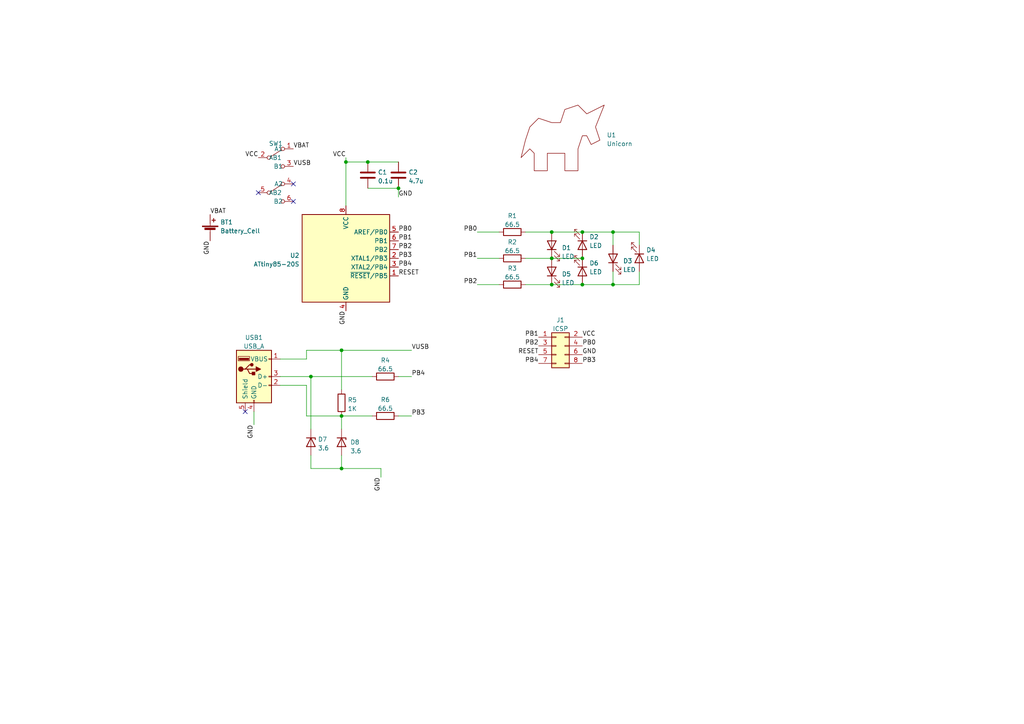
<source format=kicad_sch>
(kicad_sch (version 20211123) (generator eeschema)
  (paper "A4")
  (lib_symbols
    (symbol "Connector:USB_A" (pin_names (offset 1.016))
      (property "Reference" "J" (at -5.08 11.43 0))
      (property "Value" "USB_A" (at -5.08 8.89 0))
      (symbol "USB_A_0_1"
        (rectangle (start -5.08 -7.62) (end 5.08 7.62) (stroke (width 0.254)) (fill (type background)))
        (circle (center -3.81 2.159) (radius 0.635) (stroke (width 0.254)) (fill (type outline)))
        (rectangle (start -1.524 4.826) (end -4.318 5.334) (fill (type outline)))
        (rectangle (start -1.27 4.572) (end -4.572 5.842))
        (circle (center -0.635 3.429) (radius 0.381) (stroke (width 0.254)) (fill (type outline)))
        (rectangle (start -0.127 -7.62) (end 0.127 -6.858))
        (polyline (pts (xy -3.175 2.159) (xy -2.54 2.159) (xy -1.27 3.429) (xy -0.635 3.429)) (stroke (width 0.254)))
        (polyline (pts (xy -2.54 2.159) (xy -1.905 2.159) (xy -1.27 0.889) (xy 0 0.889)) (stroke (width 0.254)))
        (polyline (pts (xy 0.635 2.794) (xy 0.635 1.524) (xy 1.905 2.159) (xy 0.635 2.794)) (stroke (width 0.254)) (fill (type outline)))
        (rectangle (start 0.254 1.27) (end -0.508 0.508) (stroke (width 0.254)) (fill (type outline)))
        (rectangle (start 5.08 -2.667) (end 4.318 -2.413))
        (rectangle (start 5.08 -0.127) (end 4.318 0.127))
        (rectangle (start 5.08 4.953) (end 4.318 5.207))
      )
      (symbol "USB_A_1_1"
        (polyline (pts (xy -1.905 2.159) (xy 0.635 2.159)) (stroke (width 0.254)))
        (pin power_in line (at 7.62 5.08 180) (length 2.54) (name "VBUS") (number "1"))
        (pin bidirectional line (at 7.62 -2.54 180) (length 2.54) (name "D-") (number "2"))
        (pin bidirectional line (at 7.62 0 180) (length 2.54) (name "D+") (number "3"))
        (pin power_in line (at 0 -10.16 90) (length 2.54) (name "GND") (number "4"))
        (pin passive line (at -2.54 -10.16 90) (length 2.54) (name "Shield") (number "5"))
      )
    )
    (symbol "Connector_Generic:Conn_02x04_Odd_Even" (pin_names (offset 1.016) hide)
      (property "Reference" "J" (at 1.27 5.08 0))
      (property "Value" "Conn_02x04_Odd_Even" (at 1.27 -7.62 0))
      (symbol "Conn_02x04_Odd_Even_1_1"
        (rectangle (start -1.27 -4.953) (end 0 -5.207) (stroke (width 0.1524)))
        (rectangle (start -1.27 -2.413) (end 0 -2.667) (stroke (width 0.1524)))
        (rectangle (start -1.27 0.127) (end 0 -0.127) (stroke (width 0.1524)))
        (rectangle (start -1.27 2.667) (end 0 2.413) (stroke (width 0.1524)))
        (rectangle (start -1.27 3.81) (end 3.81 -6.35) (stroke (width 0.254)) (fill (type background)))
        (rectangle (start 3.81 -4.953) (end 2.54 -5.207) (stroke (width 0.1524)))
        (rectangle (start 3.81 -2.413) (end 2.54 -2.667) (stroke (width 0.1524)))
        (rectangle (start 3.81 0.127) (end 2.54 -0.127) (stroke (width 0.1524)))
        (rectangle (start 3.81 2.667) (end 2.54 2.413) (stroke (width 0.1524)))
        (pin passive line (at -5.08 2.54 0) (length 3.81) (name "Pin_1") (number "1"))
        (pin passive line (at 7.62 2.54 180) (length 3.81) (name "Pin_2") (number "2"))
        (pin passive line (at -5.08 0 0) (length 3.81) (name "Pin_3") (number "3"))
        (pin passive line (at 7.62 0 180) (length 3.81) (name "Pin_4") (number "4"))
        (pin passive line (at -5.08 -2.54 0) (length 3.81) (name "Pin_5") (number "5"))
        (pin passive line (at 7.62 -2.54 180) (length 3.81) (name "Pin_6") (number "6"))
        (pin passive line (at -5.08 -5.08 0) (length 3.81) (name "Pin_7") (number "7"))
        (pin passive line (at 7.62 -5.08 180) (length 3.81) (name "Pin_8") (number "8"))
      )
    )
    (symbol "Device:Battery_Cell" (pin_numbers hide) (pin_names (offset 0) hide)
      (property "Reference" "BT" (at 2.54 2.54 0))
      (property "Value" "Battery_Cell" (at 2.54 0 0))
      (symbol "Battery_Cell_0_1"
        (rectangle (start -2.286 1.778) (end 2.286 1.524) (fill (type outline)))
        (rectangle (start -1.5748 1.1938) (end 1.4732 0.6858) (fill (type outline)))
        (polyline (pts (xy 0 0.762) (xy 0 0)))
        (polyline (pts (xy 0 1.778) (xy 0 2.54)))
        (polyline (pts (xy 0.508 3.429) (xy 1.524 3.429)) (stroke (width 0.254)))
        (polyline (pts (xy 1.016 3.937) (xy 1.016 2.921)) (stroke (width 0.254)))
      )
      (symbol "Battery_Cell_1_1"
        (pin passive line (at 0 5.08 270) (length 2.54) (name "+") (number "1"))
        (pin passive line (at 0 -2.54 90) (length 2.54) (name "-") (number "2"))
      )
    )
    (symbol "Device:C" (pin_numbers hide) (pin_names (offset 0.254))
      (property "Reference" "C" (at 0.635 2.54 0))
      (property "Value" "C" (at 0.635 -2.54 0))
      (symbol "C_0_1"
        (polyline (pts (xy -2.032 -0.762) (xy 2.032 -0.762)) (stroke (width 0.508)))
        (polyline (pts (xy -2.032 0.762) (xy 2.032 0.762)) (stroke (width 0.508)))
      )
      (symbol "C_1_1"
        (pin passive line (at 0 3.81 270) (length 2.794) (name "~") (number "1"))
        (pin passive line (at 0 -3.81 90) (length 2.794) (name "~") (number "2"))
      )
    )
    (symbol "Device:D_Zener" (pin_numbers hide) (pin_names (offset 1.016) hide)
      (property "Reference" "D" (at 0 2.54 0))
      (property "Value" "D_Zener" (at 0 -2.54 0))
      (symbol "D_Zener_0_1"
        (polyline (pts (xy 1.27 0) (xy -1.27 0)))
        (polyline (pts (xy -1.27 -1.27) (xy -1.27 1.27) (xy -0.762 1.27)) (stroke (width 0.254)))
        (polyline (pts (xy 1.27 -1.27) (xy 1.27 1.27) (xy -1.27 0) (xy 1.27 -1.27)) (stroke (width 0.254)))
      )
      (symbol "D_Zener_1_1"
        (pin passive line (at -3.81 0 0) (length 2.54) (name "K") (number "1"))
        (pin passive line (at 3.81 0 180) (length 2.54) (name "A") (number "2"))
      )
    )
    (symbol "Device:LED" (pin_numbers hide) (pin_names (offset 1.016) hide)
      (property "Reference" "D" (at 0 2.54 0))
      (property "Value" "LED" (at 0 -2.54 0))
      (symbol "LED_0_1"
        (polyline (pts (xy -1.27 -1.27) (xy -1.27 1.27)) (stroke (width 0.254)))
        (polyline (pts (xy -1.27 0) (xy 1.27 0)))
        (polyline (pts (xy 1.27 -1.27) (xy 1.27 1.27) (xy -1.27 0) (xy 1.27 -1.27)) (stroke (width 0.254)))
        (polyline (pts (xy -3.048 -0.762) (xy -4.572 -2.286) (xy -3.81 -2.286) (xy -4.572 -2.286) (xy -4.572 -1.524)))
        (polyline (pts (xy -1.778 -0.762) (xy -3.302 -2.286) (xy -2.54 -2.286) (xy -3.302 -2.286) (xy -3.302 -1.524)))
      )
      (symbol "LED_1_1"
        (pin passive line (at -3.81 0 0) (length 2.54) (name "K") (number "1"))
        (pin passive line (at 3.81 0 180) (length 2.54) (name "A") (number "2"))
      )
    )
    (symbol "Device:R" (pin_numbers hide) (pin_names (offset 0))
      (property "Reference" "R" (at 2.032 0 90))
      (property "Value" "R" (at 0 0 90))
      (symbol "R_0_1"
        (rectangle (start -1.016 -2.54) (end 1.016 2.54) (stroke (width 0.254)))
      )
      (symbol "R_1_1"
        (pin passive line (at 0 3.81 270) (length 1.27) (name "~") (number "1"))
        (pin passive line (at 0 -3.81 90) (length 1.27) (name "~") (number "2"))
      )
    )
    (symbol "HaCraFu:Unicorn"
      (property "Reference" "U" (at 0 0 0))
      (property "Value" "Unicorn" (at 0 -11.43 0))
      (symbol "Unicorn_0_1"
        (polyline (pts (xy 7.62 -2.54) (xy 12.7 0) (xy 10.16 -6.35) (xy 11.43 -10.16) (xy 8.89 -11.43) (xy 7.62 -8.89) (xy 6.35 -8.89) (xy 5.08 -12.7) (xy 5.08 -19.05) (xy 1.27 -19.05) (xy 1.27 -13.97) (xy -3.81 -13.97) (xy -3.81 -19.05) (xy -7.62 -19.05) (xy -7.62 -13.97) (xy -8.89 -12.7) (xy -11.43 -15.24) (xy -10.16 -10.16) (xy -8.89 -6.35) (xy -6.35 -3.81) (xy -2.54 -5.08) (xy 0 -5.08) (xy 1.27 -1.27) (xy 5.08 0) (xy 7.62 -2.54)) (stroke (width 0.1524)))
      )
    )
    (symbol "MCU_Microchip_ATtiny:ATtiny85-20S"
      (property "Reference" "U" (at -12.7 13.97 0))
      (property "Value" "ATtiny85-20S" (at 2.54 -13.97 0))
      (symbol "ATtiny85-20S_0_1"
        (rectangle (start -12.7 -12.7) (end 12.7 12.7) (stroke (width 0.254)) (fill (type background)))
      )
      (symbol "ATtiny85-20S_1_1"
        (pin bidirectional line (at 15.24 -5.08 180) (length 2.54) (name "~{RESET}/PB5") (number "1"))
        (pin bidirectional line (at 15.24 0 180) (length 2.54) (name "XTAL1/PB3") (number "2"))
        (pin bidirectional line (at 15.24 -2.54 180) (length 2.54) (name "XTAL2/PB4") (number "3"))
        (pin power_in line (at 0 -15.24 90) (length 2.54) (name "GND") (number "4"))
        (pin bidirectional line (at 15.24 7.62 180) (length 2.54) (name "AREF/PB0") (number "5"))
        (pin bidirectional line (at 15.24 5.08 180) (length 2.54) (name "PB1") (number "6"))
        (pin bidirectional line (at 15.24 2.54 180) (length 2.54) (name "PB2") (number "7"))
        (pin power_in line (at 0 15.24 270) (length 2.54) (name "VCC") (number "8"))
      )
    )
    (symbol "hacrafu:DPDT"
      (property "Reference" "SW?" (at 0 1.27 0))
      (property "Value" "DPDT" (at 0 -1.27 0))
      (symbol "DPDT_0_0"
        (circle (center -3.302 -17.78) (radius 0.508))
        (circle (center -3.302 -7.62) (radius 0.508))
        (circle (center 0.762 -20.32) (radius 0.508))
        (circle (center 0.762 -10.16) (radius 0.508))
      )
      (symbol "DPDT_0_1"
        (polyline (pts (xy -2.794 -17.526) (xy 0.381 -15.494)))
        (polyline (pts (xy -2.794 -7.366) (xy 0.381 -5.334)))
        (circle (center 0.762 -15.24) (radius 0.508))
        (circle (center 0.762 -5.08) (radius 0.508))
      )
      (symbol "DPDT_1_1"
        (pin passive line (at 3.81 -5.08 180) (length 2.54) (name "A1") (number "1"))
        (pin passive line (at -6.35 -7.62 0) (length 2.54) (name "AB1") (number "2"))
        (pin passive line (at 3.81 -10.16 180) (length 2.54) (name "B1") (number "3"))
        (pin passive line (at 3.81 -15.24 180) (length 2.54) (name "A2") (number "4"))
        (pin passive line (at -6.35 -17.78 0) (length 2.54) (name "AB2") (number "5"))
        (pin passive line (at 3.81 -20.32 180) (length 2.54) (name "B2") (number "6"))
      )
    )
  )
  (junction (at 160.02 67.31))
  (junction (at 177.8 67.31))
  (junction (at 99.06 135.89))
  (junction (at 100.33 46.99))
  (junction (at 160.02 74.93))
  (junction (at 115.57 54.61))
  (junction (at 99.06 101.6))
  (junction (at 168.91 82.55))
  (junction (at 168.91 74.93))
  (junction (at 160.02 82.55))
  (junction (at 106.68 46.99))
  (junction (at 90.17 109.22))
  (junction (at 99.06 120.65))
  (junction (at 177.8 82.55))
  (junction (at 168.91 67.31))
  (no_connect (at 71.12 119.38))
  (no_connect (at 74.93 55.88))
  (no_connect (at 85.09 53.34))
  (no_connect (at 85.09 58.42))
  (wire (pts (xy 160.02 74.93) (xy 168.91 74.93)))
  (wire (pts (xy 99.06 101.6) (xy 99.06 113.03)))
  (wire (pts (xy 138.43 67.31) (xy 144.78 67.31)))
  (wire (pts (xy 168.91 67.31) (xy 177.8 67.31)))
  (wire (pts (xy 115.57 120.65) (xy 119.38 120.65)))
  (wire (pts (xy 88.9 101.6) (xy 88.9 104.14)))
  (wire (pts (xy 106.68 46.99) (xy 115.57 46.99)))
  (wire (pts (xy 99.06 124.46) (xy 99.06 120.65)))
  (wire (pts (xy 106.68 54.61) (xy 115.57 54.61)))
  (wire (pts (xy 152.4 74.93) (xy 160.02 74.93)))
  (wire (pts (xy 100.33 46.99) (xy 106.68 46.99)))
  (wire (pts (xy 90.17 109.22) (xy 90.17 124.46)))
  (wire (pts (xy 177.8 82.55) (xy 185.42 82.55)))
  (wire (pts (xy 88.9 104.14) (xy 81.28 104.14)))
  (wire (pts (xy 99.06 132.08) (xy 99.06 135.89)))
  (wire (pts (xy 88.9 101.6) (xy 99.06 101.6)))
  (wire (pts (xy 90.17 132.08) (xy 90.17 135.89)))
  (wire (pts (xy 185.42 78.74) (xy 185.42 82.55)))
  (wire (pts (xy 168.91 82.55) (xy 177.8 82.55)))
  (wire (pts (xy 152.4 82.55) (xy 160.02 82.55)))
  (wire (pts (xy 115.57 109.22) (xy 119.38 109.22)))
  (wire (pts (xy 177.8 78.74) (xy 177.8 82.55)))
  (wire (pts (xy 110.49 135.89) (xy 110.49 138.43)))
  (wire (pts (xy 152.4 67.31) (xy 160.02 67.31)))
  (wire (pts (xy 115.57 54.61) (xy 115.57 57.15)))
  (wire (pts (xy 73.66 123.19) (xy 73.66 119.38)))
  (wire (pts (xy 177.8 67.31) (xy 185.42 67.31)))
  (wire (pts (xy 160.02 82.55) (xy 168.91 82.55)))
  (wire (pts (xy 88.9 120.65) (xy 88.9 111.76)))
  (wire (pts (xy 99.06 120.65) (xy 88.9 120.65)))
  (wire (pts (xy 81.28 109.22) (xy 90.17 109.22)))
  (wire (pts (xy 100.33 45.72) (xy 100.33 46.99)))
  (wire (pts (xy 81.28 111.76) (xy 88.9 111.76)))
  (wire (pts (xy 90.17 135.89) (xy 99.06 135.89)))
  (wire (pts (xy 185.42 67.31) (xy 185.42 71.12)))
  (wire (pts (xy 100.33 46.99) (xy 100.33 59.69)))
  (wire (pts (xy 99.06 135.89) (xy 110.49 135.89)))
  (wire (pts (xy 99.06 101.6) (xy 119.38 101.6)))
  (wire (pts (xy 138.43 74.93) (xy 144.78 74.93)))
  (wire (pts (xy 160.02 67.31) (xy 168.91 67.31)))
  (wire (pts (xy 99.06 120.65) (xy 107.95 120.65)))
  (wire (pts (xy 177.8 67.31) (xy 177.8 71.12)))
  (wire (pts (xy 90.17 109.22) (xy 107.95 109.22)))
  (wire (pts (xy 138.43 82.55) (xy 144.78 82.55)))
  (label "PB0" (at 138.43 67.31 180))
  (label "GND" (at 100.33 90.17 270))
  (label "PB3" (at 119.38 120.65 0))
  (label "PB1" (at 138.43 74.93 180))
  (label "PB0" (at 115.57 67.31 0))
  (label "GND" (at 115.57 57.15 0))
  (label "VUSB" (at 119.38 101.6 0))
  (label "VUSB" (at 85.09 48.26 0))
  (label "PB2" (at 138.43 82.55 180))
  (label "RESET" (at 156.21 102.87 180))
  (label "PB2" (at 115.57 72.39 0))
  (label "VBAT" (at 60.96 62.23 0))
  (label "RESET" (at 115.57 80.01 0))
  (label "VBAT" (at 85.09 43.18 0))
  (label "PB1" (at 156.21 97.79 180))
  (label "GND" (at 60.96 69.85 270))
  (label "PB2" (at 156.21 100.33 180))
  (label "PB1" (at 115.57 69.85 0))
  (label "GND" (at 73.66 123.19 270))
  (label "GND" (at 110.49 138.43 270))
  (label "PB4" (at 156.21 105.41 180))
  (label "PB3" (at 115.57 74.93 0))
  (label "PB0" (at 168.91 100.33 0))
  (label "VCC" (at 74.93 45.72 180))
  (label "GND" (at 168.91 102.87 0))
  (label "PB3" (at 168.91 105.41 0))
  (label "PB4" (at 119.38 109.22 0))
  (label "VCC" (at 168.91 97.79 0))
  (label "VCC" (at 100.33 45.72 180))
  (label "PB4" (at 115.57 77.47 0))
  (symbol (lib_id "Device:R") (at 148.59 82.55 270) (unit 1)
    (property "Reference" "R3" (at 148.59 77.8342 90))
    (property "Value" "66.5" (at 148.59 80.3711 90))
    (property "Footprint" "Resistor_SMD:R_1206_3216Metric_Pad1.30x1.75mm_HandSolder" (effects hide))
  )
  (symbol (lib_id "Device:C") (at 106.68 50.8 0) (unit 1)
    (property "Reference" "C1" (at 109.601 49.9653 0) (effects (justify left)))
    (property "Value" "0.1u" (at 109.601 52.5022 0) (effects (justify left)))
    (property "Footprint" "Capacitor_SMD:C_1206_3216Metric_Pad1.33x1.80mm_HandSolder" (effects hide))
  )
  (symbol (lib_id "Device:D_Zener") (at 99.06 128.27 270) (unit 1)
    (property "Reference" "D8" (at 101.6 128.27 90) (effects (justify left)))
    (property "Value" "3.6" (at 101.6 130.81 90) (effects (justify left)))
    (property "Footprint" "footprints:Z-Diode Minimelf" (effects hide))
  )
  (symbol (lib_id "Device:R") (at 148.59 74.93 270) (unit 1)
    (property "Reference" "R2" (at 148.59 70.2142 90))
    (property "Value" "66.5" (at 148.59 72.7511 90))
    (property "Footprint" "Resistor_SMD:R_1206_3216Metric_Pad1.30x1.75mm_HandSolder" (effects hide))
  )
  (symbol (lib_id "Device:Battery_Cell") (at 60.96 67.31 0) (unit 1)
    (property "Reference" "BT1" (at 63.881 64.4433 0) (effects (justify left)))
    (property "Value" "Battery_Cell" (at 63.881 66.9802 0) (effects (justify left)))
    (property "Footprint" "footprints:Batteryholder" (effects hide))
  )
  (symbol (lib_id "Device:R") (at 111.76 120.65 270) (unit 1)
    (property "Reference" "R6" (at 111.76 115.9342 90))
    (property "Value" "66.5" (at 111.76 118.4711 90))
    (property "Footprint" "Resistor_SMD:R_1206_3216Metric_Pad1.30x1.75mm_HandSolder" (effects hide))
  )
  (symbol (lib_id "hacrafu:DPDT") (at 81.28 38.1 0) (unit 1)
    (property "Reference" "SW1" (at 80.01 41.6362 0))
    (property "Value" "SW_SPST" (effects hide))
    (property "Footprint" "footprints:Switch_MSS22D18" (effects hide))
  )
  (symbol (lib_id "Connector:USB_A") (at 73.66 109.22 0) (unit 1)
    (property "Reference" "USB1" (at 73.66 97.9002 0))
    (property "Value" "USB_A" (at 73.66 100.4371 0))
    (property "Footprint" "footprints:usb-PCB" (effects hide))
    (property "Datasheet" " ~" (effects hide))
  )
  (symbol (lib_id "Device:R") (at 148.59 67.31 270) (unit 1)
    (property "Reference" "R1" (at 148.59 62.5942 90))
    (property "Value" "66.5" (at 148.59 65.1311 90))
    (property "Footprint" "Resistor_SMD:R_1206_3216Metric_Pad1.30x1.75mm_HandSolder" (effects hide))
  )
  (symbol (lib_id "Device:R") (at 111.76 109.22 270) (unit 1)
    (property "Reference" "R4" (at 111.76 104.5042 90))
    (property "Value" "66.5" (at 111.76 107.0411 90))
    (property "Footprint" "Resistor_SMD:R_1206_3216Metric_Pad1.30x1.75mm_HandSolder" (effects hide))
  )
  (symbol (lib_id "Device:LED") (at 160.02 78.74 90) (unit 1)
    (property "Reference" "D5" (at 162.941 79.4928 90) (effects (justify right)))
    (property "Value" "LED" (at 162.941 82.0297 90) (effects (justify right)))
    (property "Footprint" "footprints:5mm_SMD-Pad" (effects hide))
  )
  (symbol (lib_id "Device:LED") (at 160.02 71.12 90) (unit 1)
    (property "Reference" "D1" (at 162.941 71.8728 90) (effects (justify right)))
    (property "Value" "LED" (at 162.941 74.4097 90) (effects (justify right)))
    (property "Footprint" "footprints:5mm_SMD-Pad" (effects hide))
  )
  (symbol (lib_id "Device:LED") (at 168.91 78.74 270) (unit 1)
    (property "Reference" "D6" (at 170.942 76.3178 90) (effects (justify left)))
    (property "Value" "LED" (at 170.942 78.8547 90) (effects (justify left)))
    (property "Footprint" "footprints:5mm_SMD-Pad" (effects hide))
  )
  (symbol (lib_id "Device:LED") (at 185.42 74.93 270) (unit 1)
    (property "Reference" "D4" (at 187.452 72.5078 90) (effects (justify left)))
    (property "Value" "LED" (at 187.452 75.0447 90) (effects (justify left)))
    (property "Footprint" "footprints:5mm_SMD-Pad" (effects hide))
  )
  (symbol (lib_id "MCU_Microchip_ATtiny:ATtiny85-20S") (at 100.33 74.93 0) (unit 1)
    (property "Reference" "U2" (at 86.8681 74.0953 0) (effects (justify right)))
    (property "Value" "ATtiny85-20S" (at 86.8681 76.6322 0) (effects (justify right)))
    (property "Footprint" "footprints:SOIC-8W_5.3x5.3mm_P1.27mm-breiter" (effects hide))
    (property "Datasheet" "http://ww1.microchip.com/downloads/en/DeviceDoc/atmel-2586-avr-8-bit-microcontroller-attiny25-attiny45-attiny85_datasheet.pdf" (effects hide))
  )
  (symbol (lib_id "Device:LED") (at 177.8 74.93 90) (unit 1)
    (property "Reference" "D3" (at 180.721 75.6828 90) (effects (justify right)))
    (property "Value" "LED" (at 180.721 78.2197 90) (effects (justify right)))
    (property "Footprint" "footprints:5mm_SMD-Pad" (effects hide))
  )
  (symbol (lib_id "Device:D_Zener") (at 90.17 128.27 270) (unit 1)
    (property "Reference" "D7" (at 92.202 127.4353 90) (effects (justify left)))
    (property "Value" "3.6" (at 92.202 129.9722 90) (effects (justify left)))
    (property "Footprint" "footprints:Z-Diode Minimelf" (effects hide))
  )
  (symbol (lib_id "Device:R") (at 99.06 116.84 0) (unit 1)
    (property "Reference" "R5" (at 100.838 116.0053 0) (effects (justify left)))
    (property "Value" "1K" (at 100.838 118.5422 0) (effects (justify left)))
    (property "Footprint" "Resistor_SMD:R_1206_3216Metric_Pad1.30x1.75mm_HandSolder" (effects hide))
  )
  (symbol (lib_id "Connector_Generic:Conn_02x04_Odd_Even") (at 161.29 100.33 0) (unit 1)
    (property "Reference" "J1" (at 162.56 92.8202 0))
    (property "Value" "ICSP" (at 162.56 95.3571 0))
    (property "Footprint" "footprints:PinHeader" (effects hide))
  )
  (symbol (lib_id "Device:C") (at 115.57 50.8 0) (unit 1)
    (property "Reference" "C2" (at 118.491 49.9653 0) (effects (justify left)))
    (property "Value" "4.7u" (at 118.491 52.5022 0) (effects (justify left)))
    (property "Footprint" "Capacitor_SMD:C_1206_3216Metric_Pad1.33x1.80mm_HandSolder" (effects hide))
  )
  (symbol (lib_id "HaCraFu:Unicorn") (at 162.56 30.48 0) (unit 1)
    (property "Reference" "U1" (at 175.9712 39.1703 0) (effects (justify left)))
    (property "Value" "Unicorn" (at 175.9712 41.7072 0) (effects (justify left)))
    (property "Footprint" "footprints:unicorn" (effects hide))
  )
  (symbol (lib_id "Device:LED") (at 168.91 71.12 270) (unit 1)
    (property "Reference" "D2" (at 170.942 68.6978 90) (effects (justify left)))
    (property "Value" "LED" (at 170.942 71.2347 90) (effects (justify left)))
    (property "Footprint" "footprints:5mm_SMD-Pad" (effects hide))
  )
)
</source>
